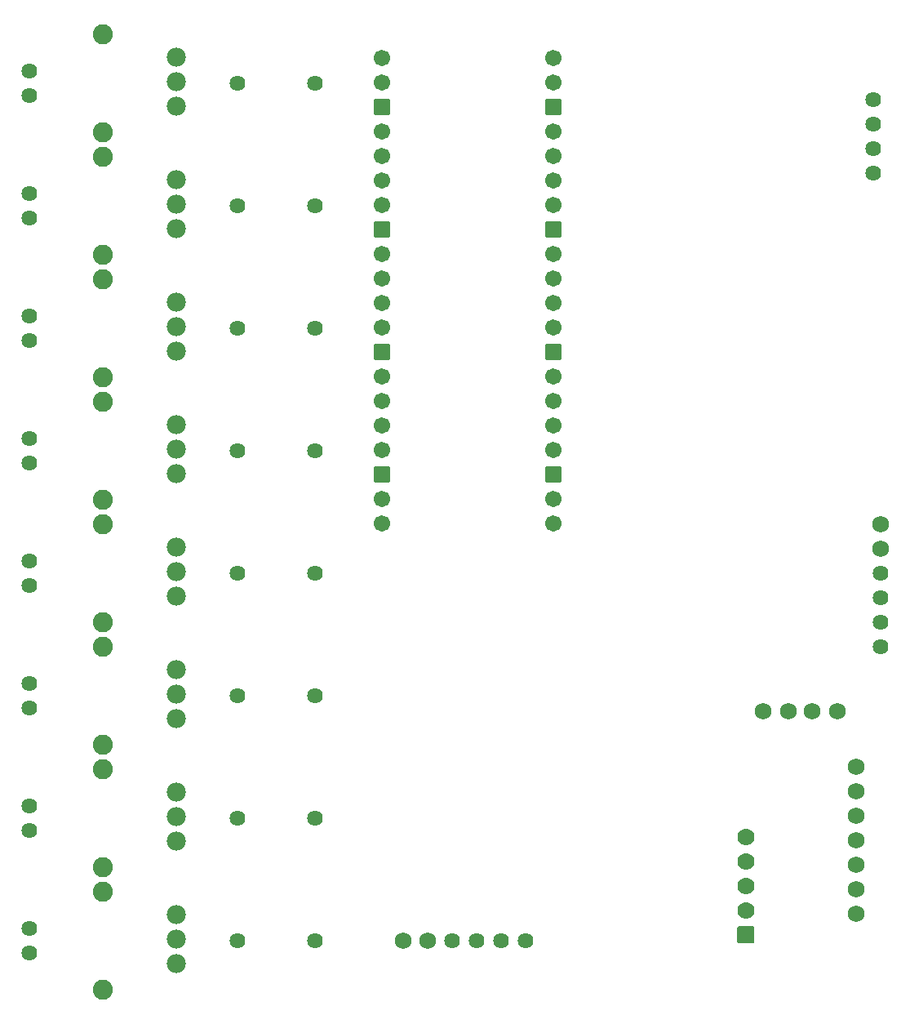
<source format=gbs>
G04 Layer: BottomSolderMaskLayer*
G04 EasyEDA v6.5.23, 2023-08-12 17:48:43*
G04 Gerber Generator version 0.2*
G04 Scale: 100 percent, Rotated: No, Reflected: No *
G04 Dimensions in millimeters *
G04 leading zeros omitted , absolute positions ,4 integer and 5 decimal *
%FSLAX45Y45*%
%MOMM*%

%AMMACRO1*1,1,$1,$2,$3*1,1,$1,$4,$5*1,1,$1,0-$2,0-$3*1,1,$1,0-$4,0-$5*20,1,$1,$2,$3,$4,$5,0*20,1,$1,$4,$5,0-$2,0-$3,0*20,1,$1,0-$2,0-$3,0-$4,0-$5,0*20,1,$1,0-$4,0-$5,$2,$3,0*4,1,4,$2,$3,$4,$5,0-$2,0-$3,0-$4,0-$5,$2,$3,0*%
%ADD10C,1.7016*%
%ADD11MACRO1,0.1016X-0.8X0.8X0.8X0.8*%
%ADD12C,1.9812*%
%ADD13C,1.6256*%
%ADD14C,1.7272*%
%ADD15C,2.0828*%
%ADD16C,1.7780*%
%ADD17MACRO1,0.2032X-0.7874X-0.7874X-0.7874X0.7874*%

%LPD*%
D10*
G01*
X4860010Y8899982D03*
G01*
X4860010Y9153982D03*
D11*
G01*
X4859990Y9407979D03*
D10*
G01*
X4860010Y9661982D03*
G01*
X4860010Y9915982D03*
G01*
X4860010Y10169982D03*
G01*
X4860010Y10423982D03*
D11*
G01*
X4859990Y10677977D03*
D10*
G01*
X4860010Y10931956D03*
G01*
X4860010Y11185956D03*
G01*
X4860010Y13725956D03*
G01*
X4860010Y13471956D03*
D11*
G01*
X4859990Y13217972D03*
D10*
G01*
X4860010Y12963956D03*
G01*
X4860010Y12709956D03*
G01*
X4860010Y12455956D03*
G01*
X4860010Y12201956D03*
D11*
G01*
X4859990Y11947974D03*
D10*
G01*
X4860010Y11693956D03*
G01*
X4860010Y11439956D03*
G01*
X6637985Y11439956D03*
G01*
X6637985Y11693956D03*
D11*
G01*
X6637985Y11947974D03*
D10*
G01*
X6637985Y12201956D03*
G01*
X6637985Y12455956D03*
G01*
X6637985Y12709956D03*
G01*
X6637985Y12963956D03*
D11*
G01*
X6637985Y13217972D03*
D10*
G01*
X6637985Y13471956D03*
G01*
X6637985Y13725956D03*
G01*
X6637985Y11185956D03*
G01*
X6637985Y10931956D03*
D11*
G01*
X6637985Y10677977D03*
D10*
G01*
X6637985Y10423982D03*
G01*
X6637985Y10169982D03*
G01*
X6637985Y9915982D03*
G01*
X6637985Y9661982D03*
D11*
G01*
X6637985Y9407979D03*
D10*
G01*
X6637985Y9153982D03*
G01*
X6637985Y8899982D03*
D12*
G01*
X2730500Y4838700D03*
G01*
X2730500Y4584700D03*
G01*
X2730500Y4330700D03*
G01*
X2730500Y6108674D03*
G01*
X2730500Y5854674D03*
G01*
X2730500Y5600674D03*
G01*
X2730500Y7378674D03*
G01*
X2730500Y7124674D03*
G01*
X2730500Y6870674D03*
G01*
X2730500Y8648674D03*
G01*
X2730500Y8394674D03*
G01*
X2730500Y8140674D03*
G01*
X2730500Y9918674D03*
G01*
X2730500Y9664674D03*
G01*
X2730500Y9410674D03*
G01*
X2730500Y11188674D03*
G01*
X2730500Y10934674D03*
G01*
X2730500Y10680674D03*
G01*
X2730500Y12458674D03*
G01*
X2730500Y12204674D03*
G01*
X2730500Y11950674D03*
G01*
X2730500Y13728674D03*
G01*
X2730500Y13474674D03*
G01*
X2730500Y13220674D03*
D13*
G01*
X6350000Y4572000D03*
G01*
X6096000Y4572000D03*
G01*
X5842000Y4572000D03*
G01*
X5588000Y4572000D03*
D14*
G01*
X5334000Y4572000D03*
G01*
X5080000Y4572000D03*
D13*
G01*
X1206500Y13588974D03*
G01*
X1206500Y13334974D03*
G01*
X1206500Y12318974D03*
G01*
X1206500Y12064974D03*
G01*
X1206500Y11048974D03*
G01*
X1206500Y10794974D03*
G01*
X1206500Y9778974D03*
G01*
X1206500Y9524974D03*
G01*
X1206500Y8508974D03*
G01*
X1206500Y8254974D03*
G01*
X1206500Y7238974D03*
G01*
X1206500Y6984974D03*
G01*
X1206500Y5968974D03*
G01*
X1206500Y5714974D03*
G01*
X1206500Y4699000D03*
G01*
X1206500Y4445000D03*
D15*
G01*
X1968500Y13969974D03*
G01*
X1968500Y12953974D03*
G01*
X1968500Y12699974D03*
G01*
X1968500Y11683974D03*
G01*
X1968500Y11429974D03*
G01*
X1968500Y10413974D03*
G01*
X1968500Y10159974D03*
G01*
X1968500Y9143974D03*
G01*
X1968500Y8889974D03*
G01*
X1968500Y7873974D03*
G01*
X1968500Y7619974D03*
G01*
X1968500Y6603974D03*
G01*
X1968500Y6349974D03*
G01*
X1968500Y5333974D03*
G01*
X1968500Y5080000D03*
G01*
X1968500Y4064000D03*
D13*
G01*
X3365500Y13461974D03*
G01*
X4165498Y13461974D03*
G01*
X3365500Y12191974D03*
G01*
X4165498Y12191974D03*
G01*
X3365500Y10921974D03*
G01*
X4165498Y10921974D03*
G01*
X3365500Y9651974D03*
G01*
X4165498Y9651974D03*
G01*
X3365500Y8381974D03*
G01*
X4165498Y8381974D03*
G01*
X3365500Y7111974D03*
G01*
X4165498Y7111974D03*
G01*
X3365500Y5841974D03*
G01*
X4165498Y5841974D03*
G01*
X3365500Y4572000D03*
G01*
X4165498Y4572000D03*
D14*
G01*
X9778974Y6375400D03*
G01*
X9778974Y6121400D03*
G01*
X9778974Y5867400D03*
G01*
X9778974Y5613400D03*
G01*
X9778974Y5359400D03*
G01*
X9778974Y5105400D03*
G01*
X9778974Y4851400D03*
D16*
G01*
X8635974Y5645150D03*
G01*
X8635974Y5391150D03*
G01*
X8635974Y5137150D03*
G01*
X8635974Y4883150D03*
D17*
G01*
X8635979Y4629142D03*
D14*
G01*
X9588474Y6953250D03*
G01*
X9321774Y6953250D03*
G01*
X9080474Y6953250D03*
G01*
X8813774Y6953250D03*
D13*
G01*
X10032974Y7619974D03*
G01*
X10032974Y7873974D03*
G01*
X10032974Y8127974D03*
G01*
X10032974Y8381974D03*
D14*
G01*
X10032974Y8635974D03*
G01*
X10032974Y8889974D03*
D13*
G01*
X9956774Y13287171D03*
G01*
X9956774Y13033171D03*
G01*
X9956774Y12779171D03*
G01*
X9956774Y12525171D03*
M02*

</source>
